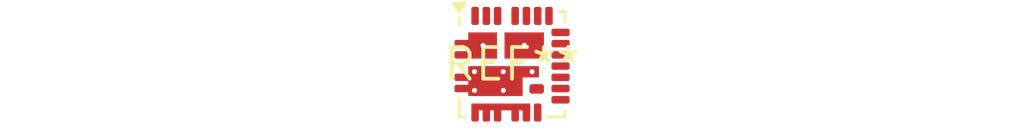
<source format=kicad_pcb>
(kicad_pcb (version 20240108) (generator pcbnew)
  (layers (0 "F.Cu" signal) (31 "B.Cu" signal) (34 "B.Paste" user) (35 "F.Paste" user) (36 "B.SilkS" user "B.Silkscreen") (37 "F.SilkS" user "F.Silkscreen") (38 "B.Mask" user) (39 "F.Mask" user) (44 "Edge.Cuts" user))
  (net 0 "")
  (footprint "Vishay_PowerPAK_MLP44-24L_ThermalVias" (layer "F.Cu") (at 0 0)
    (property "Reference" "REF**")
    (property "Value" "Vishay_PowerPAK_MLP44-24L_ThermalVias")
    (fp_line (start -2.11 -1.56) (end -2.11 -1.87) (layer "F.SilkS") (stroke (width 0.12)))
    (fp_line (start -2.11 2.11) (end -2.11 1.39) (layer "F.SilkS") (stroke (width 0.12)))
    (fp_line (start -1.89 2.11) (end -2.11 2.11) (layer "F.SilkS") (stroke (width 0.12)))
    (fp_line (start 1.44 2.11) (end 2.11 2.11) (layer "F.SilkS") (stroke (width 0.12)))
    (fp_line (start 1.89 -2.11) (end 2.11 -2.11) (layer "F.SilkS") (stroke (width 0.12)))
    (fp_line (start 2.11 -2.11) (end 2.11 -1.69) (layer "F.SilkS") (stroke (width 0.12)))
    (fp_line (start 2.11 2.11) (end 2.11 1.84) (layer "F.SilkS") (stroke (width 0.12)))
    (fp_poly (pts (xy -2.11 -2.11) (xy -2.35 -2.44) (xy -1.87 -2.44) (xy -2.11 -2.11)) (layer "F.SilkS") (stroke (width 0.12)) (fill solid))
    (pad "1" smd roundrect (at -1.9375 -0.825 90) (size 0.3 0.725) (layers "F.Cu" "F.Paste" "F.Mask"))
    (pad "2" smd roundrect (at -1.9375 -0.375 90) (size 0.3 0.725) (layers "F.Cu" "F.Paste" "F.Mask"))
    (pad "3" smd roundrect (at -1.9375 0.525 90) (size 0.3 0.725) (layers "F.Cu" "F.Paste" "F.Mask"))
    (pad "4" smd roundrect (at -1.9375 0.975 90) (size 0.3 0.725) (layers "F.Cu" "F.Paste" "F.Mask"))
    (pad "5" smd custom (at -1.475 1.9375) (size 0.3 0.725) (layers "F.Cu" "F.Paste" "F.Mask") (options (clearance outline) (anchor circle)) (primitives (gr_poly (pts (xy -0.15 -0.2875) (xy -0.144291 -0.316201) (xy -0.128033 -0.340533) (xy -0.103701 -0.356791) (xy -0.075 -0.3625) (xy 0.075 -0.3625) (xy 0.103701 -0.356791) (xy 0.128033 -0.340533) (xy 0.144291 -0.316201) (xy 0.15 -0.2875) (xy 0.15 0.2875) (xy 0.144291 0.316201) (xy 0.128033 0.340533) (xy 0.103701 0.356791) (xy 0.075 0.3625) (xy -0.075 0.3625) (xy -0.103701 0.356791) (xy -0.128033 0.340533) (xy -0.144291 0.316201) (xy -0.15 0.2875)) (width 0) (fill yes)) (gr_poly (pts (xy -0.15 -0.3625) (xy 2.2 -0.3625) (xy 2.2 -0.0875) (xy -0.15 -0.0875)) (width 0) (fill yes))))
    (pad "6" smd roundrect (at -1.025 1.9375) (size 0.3 0.725) (layers "F.Cu" "F.Paste" "F.Mask"))
    (pad "7" smd roundrect (at -0.575 1.9375) (size 0.3 0.725) (layers "F.Cu" "F.Paste" "F.Mask"))
    (pad "8" smd roundrect (at 0.125 1.9375) (size 0.3 0.725) (layers "F.Cu" "F.Paste" "F.Mask"))
    (pad "9" smd roundrect (at 0.575 1.9375) (size 0.3 0.725) (layers "F.Cu" "F.Paste" "F.Mask"))
    (pad "10" smd roundrect (at 1.025 1.935) (size 0.3 0.725) (layers "F.Cu" "F.Paste" "F.Mask"))
    (pad "11" smd roundrect (at 1.9375 1.425 90) (size 0.3 0.725) (layers "F.Cu" "F.Paste" "F.Mask"))
    (pad "12" smd roundrect (at 1.9375 0.975 90) (size 0.3 0.725) (layers "F.Cu" "F.Paste" "F.Mask"))
    (pad "13" smd roundrect (at 1.9375 0.525 90) (size 0.3 0.725) (layers "F.Cu" "F.Paste" "F.Mask"))
    (pad "14" smd roundrect (at 1.9375 0.075 90) (size 0.3 0.725) (layers "F.Cu" "F.Paste" "F.Mask"))
    (pad "15" smd roundrect (at 1.9375 -0.375 90) (size 0.3 0.725) (layers "F.Cu" "F.Paste" "F.Mask"))
    (pad "16" smd roundrect (at 1.9375 -0.825 90) (size 0.3 0.725) (layers "F.Cu" "F.Paste" "F.Mask"))
    (pad "17" smd roundrect (at 1.9375 -1.275 90) (size 0.3 0.725) (layers "F.Cu" "F.Paste" "F.Mask"))
    (pad "18" smd roundrect (at 1.475 -1.9375) (size 0.3 0.725) (layers "F.Cu" "F.Paste" "F.Mask"))
    (pad "19" smd roundrect (at 1.025 -1.9375) (size 0.3 0.725) (layers "F.Cu" "F.Paste" "F.Mask"))
    (pad "20" smd roundrect (at 0.575 -1.9375) (size 0.3 0.725) (layers "F.Cu" "F.Paste" "F.Mask"))
    (pad "21" smd roundrect (at 0.125 -1.9375) (size 0.3 0.725) (layers "F.Cu" "F.Paste" "F.Mask"))
    (pad "22" smd roundrect (at -0.575 -1.9375) (size 0.3 0.725) (layers "F.Cu" "F.Paste" "F.Mask"))
    (pad "23" smd roundrect (at -1.025 -1.9375) (size 0.3 0.725) (layers "F.Cu" "F.Paste" "F.Mask"))
    (pad "24" smd roundrect (at -1.475 -1.9375) (size 0.3 0.725) (layers "F.Cu" "F.Paste" "F.Mask"))
    (pad "25" smd rect (at 0.4875 -0.75 180) (size 1.575 1.05) (layers "F.Cu" "F.Paste" "F.Mask"))
    (pad "25" thru_hole circle (at 0.49 -0.76) (size 0.45 0.45) (drill 0.2) (property pad_prop_heatsink) (layers *.Cu "F.Mask") (remove_unused_layers))
    (pad "26" smd rect (at -1.175 -0.75 180) (size 1.15 1.05) (layers "F.Cu" "F.Paste" "F.Mask"))
    (pad "26" thru_hole circle (at -1.155 -0.75) (size 0.45 0.45) (drill 0.2) (property pad_prop_heatsink) (layers *.Cu "F.Mask") (remove_unused_layers))
    (pad "27" thru_hole circle (at -1.5 0.3) (size 0.45 0.45) (drill 0.2) (property pad_prop_heatsink) (layers *.Cu "F.Mask") (remove_unused_layers))
    (pad "27" thru_hole circle (at -1.5 1.05) (size 0.45 0.45) (drill 0.2) (property pad_prop_heatsink) (layers *.Cu "F.Mask") (remove_unused_layers))
    (pad "27" smd custom (at -0.75 0.775) (size 1 1) (layers "F.Cu" "F.Paste" "F.Mask") (options (clearance outline) (anchor rect)) (primitives (gr_poly (pts (xy -1 0.5) (xy -1 -0.7) (xy 1.825 -0.7) (xy 1.825 -0.245) (xy 1.175 -0.245) (xy 1.175 0.5)) (width 0) (fill yes))))
    (pad "27" thru_hole circle (at -0.35 0.3) (size 0.45 0.45) (drill 0.2) (property pad_prop_heatsink) (layers *.Cu "F.Mask") (remove_unused_layers))
    (pad "27" thru_hole circle (at -0.35 1.05) (size 0.45 0.45) (drill 0.2) (property pad_prop_heatsink) (layers *.Cu "F.Mask") (remove_unused_layers))
    (pad "27" thru_hole circle (at 0.8 0.3) (size 0.45 0.45) (drill 0.2) (property pad_prop_heatsink) (layers *.Cu "F.Mask") (remove_unused_layers))
    (pad "28" smd roundrect (at 0.985 0.99 180) (size 0.58 0.38) (layers "F.Cu" "F.Paste" "F.Mask"))
  )
)
</source>
